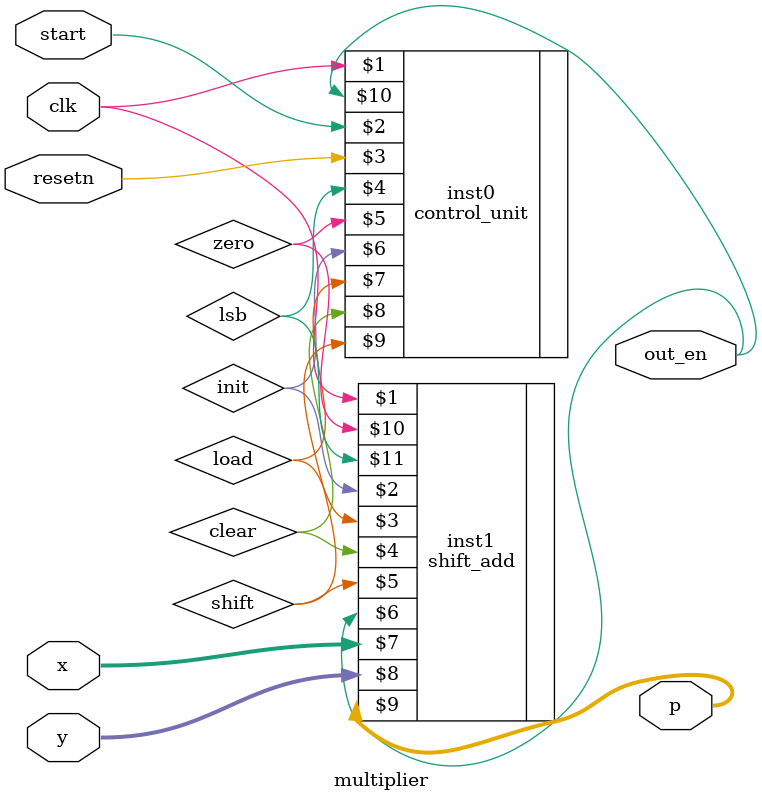
<source format=v>
module multiplier(
	input clk,
	input start,
	input resetn,
	input [23:0] x,
	input [23:0] y,
	output [47:0] p,
	output out_en
	);
	wire lsb,zero,init,load,clear,shift;
	control_unit inst0(clk,start,resetn,lsb,zero,init,load,clear,shift,out_en);
	//control_unit inst0(clk,start,reset,lsb,zero,init,load,clear,shift);
	shift_add inst1(clk,init,load,clear,shift,out_en,x,y,p,zero,lsb);
	//shift_add inst1(clk,init,load,clear,shift,x,y,p,zero,lsb);
endmodule
</source>
